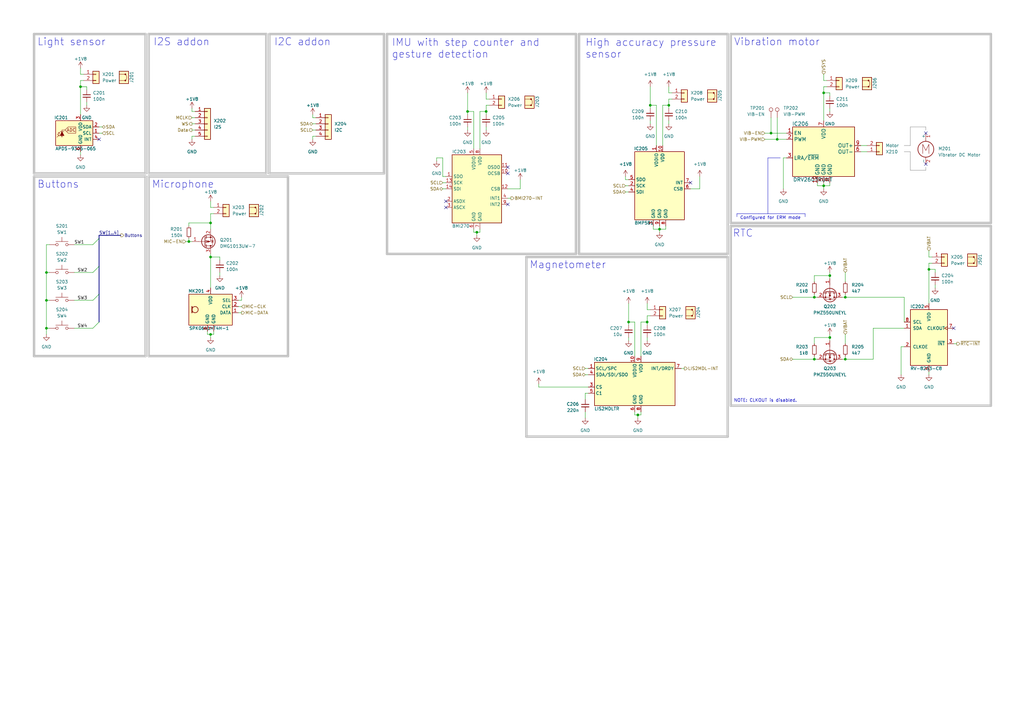
<source format=kicad_sch>
(kicad_sch (version 20250114) (generator "eeschema") (generator_version "9.0")
  (paper "A3")
  (title_block (title "Peripherals") (date "2025-07-13") (rev "${REVISION}") (company "${COMPANY}"))
  (text "Vibration motor" (at 300.99 19.05 0) (effects (font (size 3 3)) (justify left bottom)))
  (text "I2S addon" (at 62.865 19.05 0) (effects (font (size 3 3)) (justify left bottom)))
  (text "I2C addon" (at 112.395 19.05 0) (effects (font (size 3 3)) (justify left bottom)))
  (text "Magnetometer" (at 217.17 110.49 0) (effects (font (size 3 3)) (justify left bottom)))
  (text "Configured for ERM mode" (at 303.53 90.17 0) (effects (font (size 1.27 1.27)) (justify left bottom)))
  (text "High accuracy pressure\nsensor" (at 240.03 24.13 0) (effects (font (size 3 3)) (justify left bottom)))
  (text "Buttons" (at 15.24 77.47 0) (effects (font (size 3 3)) (justify left bottom)))
  (text "RTC" (at 300.482 97.536 0) (effects (font (size 3 3)) (justify left bottom)))
  (text "Microphone" (at 62.23 77.47 0) (effects (font (size 3 3)) (justify left bottom)))
  (text "Light sensor" (at 15.24 19.05 0) (effects (font (size 3 3)) (justify left bottom)))
  (text "IMU with step counter and\ngesture detection" (at 160.655 24.13 0) (effects (font (size 3 3)) (justify left bottom)))
  (text "NOTE: CLKOUT is disabled." (at 300.99 165.1 0) (effects (font (size 1.27 1.27)) (justify left bottom)))
  (junction (at 77.47 99.06))
  (junction (at 381 110.49))
  (junction (at 19.05 134.62))
  (junction (at 334.01 147.32))
  (junction (at 199.39 45.72))
  (junction (at 195.58 95.25))
  (junction (at 86.36 105.41))
  (junction (at 318.77 57.15))
  (junction (at 340.36 113.03))
  (junction (at 261.62 170.18))
  (junction (at 86.36 91.44))
  (junction (at 257.81 132.08))
  (junction (at 270.51 93.98))
  (junction (at 340.36 138.43))
  (junction (at 19.05 111.76))
  (junction (at 337.82 38.1))
  (junction (at 274.32 43.18))
  (junction (at 265.43 132.08))
  (junction (at 266.7 43.18))
  (junction (at 19.05 123.19))
  (junction (at 33.02 35.56))
  (junction (at 334.01 121.92))
  (junction (at 86.36 137.16))
  (junction (at 316.23 54.61))
  (junction (at 346.71 147.32))
  (junction (at 337.82 76.2))
  (junction (at 191.77 45.72))
  (junction (at 346.71 121.92))
  (no_connect (at 208.28 83.82))
  (no_connect (at 182.88 82.55))
  (no_connect (at 208.28 71.12))
  (no_connect (at 391.16 134.62))
  (no_connect (at 208.28 68.58))
  (no_connect (at 379.73 54.61))
  (no_connect (at 283.21 74.93))
  (no_connect (at 379.73 67.31))
  (no_connect (at 40.64 57.15))
  (no_connect (at 182.88 85.09))
  (bus_entry (at 38.1 123.19) (size 2.54 -2.54))
  (bus_entry (at 38.1 111.76) (size 2.54 -2.54))
  (bus_entry (at 38.1 134.62) (size 2.54 -2.54))
  (bus_entry (at 40.64 97.79) (size -2.54 2.54))
  (wire (pts (xy 269.24 43.18) (xy 269.24 59.69)))
  (wire (pts (xy 381 110.49) (xy 383.54 110.49)))
  (wire (pts (xy 99.06 121.92) (xy 99.06 123.19)))
  (wire (pts (xy 38.1 100.33) (xy 30.48 100.33)))
  (polyline (pts (xy 59.69 146.05) (xy 13.97 146.05)) (stroke (width 1) (type solid) (color 194 194 194 1)))
  (polyline (pts (xy 118.11 72.39) (xy 118.11 146.05)) (stroke (width 1) (type solid) (color 194 194 194 1)))
  (wire (pts (xy 85.09 137.16) (xy 86.36 137.16)))
  (wire (pts (xy 30.48 111.76) (xy 38.1 111.76)))
  (wire (pts (xy 337.82 38.1) (xy 340.36 38.1)))
  (wire (pts (xy 334.01 147.32) (xy 334.01 146.05)))
  (wire (pts (xy 358.14 147.32) (xy 346.71 147.32)))
  (wire (pts (xy 262.89 132.08) (xy 265.43 132.08)))
  (wire (pts (xy 381 107.95) (xy 381 110.49)))
  (wire (pts (xy 267.97 92.71) (xy 267.97 93.98)))
  (wire (pts (xy 194.31 95.25) (xy 195.58 95.25)))
  (wire (pts (xy 87.63 137.16) (xy 87.63 135.89)))
  (wire (pts (xy 208.28 77.47) (xy 213.36 77.47)))
  (wire (pts (xy 270.51 93.98) (xy 270.51 95.25)))
  (wire (pts (xy 199.39 43.18) (xy 199.39 45.72)))
  (wire (pts (xy 80.01 55.88) (xy 78.74 55.88)))
  (polyline (pts (xy 406.4 92.71) (xy 299.72 92.71)) (stroke (width 1) (type solid) (color 194 194 194 1)))
  (wire (pts (xy 274.32 43.18) (xy 271.78 43.18)))
  (wire (pts (xy 19.05 111.76) (xy 19.05 123.19)))
  (wire (pts (xy 90.17 111.76) (xy 90.17 113.03)))
  (wire (pts (xy 196.85 93.98) (xy 196.85 95.25)))
  (polyline (pts (xy 236.22 104.14) (xy 158.75 104.14)) (stroke (width 1) (type solid) (color 194 194 194 1)))
  (wire (pts (xy 191.77 38.1) (xy 191.77 45.72)))
  (polyline (pts (xy 215.9 105.41) (xy 298.45 105.41)) (stroke (width 1) (type solid) (color 194 194 194 1)))
  (wire (pts (xy 335.28 121.92) (xy 334.01 121.92)))
  (polyline (pts (xy 60.96 71.12) (xy 109.22 71.12)) (stroke (width 1) (type solid) (color 194 194 194 1)))
  (wire (pts (xy 358.14 134.62) (xy 358.14 147.32)))
  (wire (pts (xy 261.62 171.45) (xy 261.62 170.18)))
  (wire (pts (xy 191.77 52.07) (xy 191.77 53.34)))
  (wire (pts (xy 257.81 78.74) (xy 256.54 78.74)))
  (polyline (pts (xy 237.49 13.97) (xy 237.49 104.14)) (stroke (width 1) (type solid) (color 194 194 194 1)))
  (wire (pts (xy 129.54 48.26) (xy 128.27 48.26)))
  (wire (pts (xy 20.32 123.19) (xy 19.05 123.19)))
  (wire (pts (xy 35.56 36.83) (xy 35.56 35.56)))
  (polyline (pts (xy 157.48 71.12) (xy 157.48 13.97)) (stroke (width 1) (type solid) (color 194 194 194 1)))
  (wire (pts (xy 382.27 105.41) (xy 381 105.41)))
  (wire (pts (xy 279.4 151.13) (xy 280.67 151.13)))
  (polyline (pts (xy 236.22 13.97) (xy 236.22 104.14)) (stroke (width 1) (type solid) (color 194 194 194 1)))
  (wire (pts (xy 313.69 57.15) (xy 318.77 57.15)))
  (wire (pts (xy 20.32 100.33) (xy 19.05 100.33)))
  (wire (pts (xy 19.05 100.33) (xy 19.05 111.76)))
  (wire (pts (xy 337.82 76.2) (xy 337.82 77.47)))
  (wire (pts (xy 274.32 49.53) (xy 274.32 50.8)))
  (wire (pts (xy 200.66 40.64) (xy 199.39 40.64)))
  (polyline (pts (xy 237.49 13.97) (xy 298.45 13.97)) (stroke (width 1) (type solid) (color 194 194 194 1)))
  (wire (pts (xy 275.59 40.64) (xy 274.32 40.64)))
  (wire (pts (xy 337.82 35.56) (xy 337.82 38.1)))
  (wire (pts (xy 86.36 105.41) (xy 86.36 118.11)))
  (wire (pts (xy 181.61 77.47) (xy 182.88 77.47)))
  (wire (pts (xy 86.36 137.16) (xy 87.63 137.16)))
  (wire (pts (xy 209.55 81.28) (xy 208.28 81.28)))
  (polyline (pts (xy 109.22 71.12) (xy 109.22 13.97)) (stroke (width 1) (type solid) (color 194 194 194 1)))
  (wire (pts (xy 78.74 55.88) (xy 78.74 57.15)))
  (wire (pts (xy 20.32 134.62) (xy 19.05 134.62)))
  (wire (pts (xy 256.54 73.66) (xy 256.54 72.39)))
  (polyline (pts (xy 13.97 13.97) (xy 59.69 13.97)) (stroke (width 1) (type solid) (color 194 194 194 1)))
  (wire (pts (xy 335.28 147.32) (xy 334.01 147.32)))
  (wire (pts (xy 334.01 138.43) (xy 334.01 140.97)))
  (wire (pts (xy 97.79 128.27) (xy 99.06 128.27)))
  (wire (pts (xy 265.43 132.08) (xy 265.43 133.35)))
  (wire (pts (xy 383.54 116.84) (xy 383.54 118.11)))
  (wire (pts (xy 266.7 43.18) (xy 266.7 44.45)))
  (wire (pts (xy 19.05 134.62) (xy 19.05 137.16)))
  (wire (pts (xy 196.85 45.72) (xy 196.85 60.96)))
  (wire (pts (xy 346.71 121.92) (xy 370.84 121.92)))
  (bus (pts (xy 40.64 96.52) (xy 49.53 96.52)))
  (polyline (pts (xy 330.2 87.63) (xy 330.2 88.9)))
  (wire (pts (xy 325.12 121.92) (xy 334.01 121.92)))
  (wire (pts (xy 334.01 113.03) (xy 334.01 115.57)))
  (wire (pts (xy 381 102.87) (xy 381 105.41)))
  (wire (pts (xy 318.77 57.15) (xy 322.58 57.15)))
  (polyline (pts (xy 406.4 92.71) (xy 406.4 166.37)) (stroke (width 1) (type solid) (color 194 194 194 1)))
  (wire (pts (xy 266.7 43.18) (xy 269.24 43.18)))
  (wire (pts (xy 128.27 55.88) (xy 128.27 57.15)))
  (wire (pts (xy 85.09 135.89) (xy 85.09 137.16)))
  (wire (pts (xy 80.01 45.72) (xy 78.74 45.72)))
  (wire (pts (xy 97.79 123.19) (xy 99.06 123.19)))
  (wire (pts (xy 97.79 125.73) (xy 99.06 125.73)))
  (wire (pts (xy 340.36 113.03) (xy 340.36 114.3)))
  (polyline (pts (xy 60.96 71.12) (xy 60.96 13.97)) (stroke (width 1) (type solid) (color 194 194 194 1)))
  (wire (pts (xy 340.36 38.1) (xy 340.36 39.37)))
  (wire (pts (xy 199.39 38.1) (xy 199.39 40.64)))
  (wire (pts (xy 340.36 74.93) (xy 340.36 76.2)))
  (wire (pts (xy 195.58 95.25) (xy 195.58 96.52)))
  (wire (pts (xy 19.05 123.19) (xy 19.05 134.62)))
  (wire (pts (xy 86.36 91.44) (xy 77.47 91.44)))
  (wire (pts (xy 78.74 48.26) (xy 80.01 48.26)))
  (polyline (pts (xy 60.96 72.39) (xy 60.96 146.05)) (stroke (width 1) (type solid) (color 194 194 194 1)))
  (polyline (pts (xy 298.45 13.97) (xy 298.45 104.14)) (stroke (width 1) (type solid) (color 194 194 194 1)))
  (wire (pts (xy 240.03 153.67) (xy 241.3 153.67)))
  (wire (pts (xy 345.44 121.92) (xy 346.71 121.92)))
  (polyline (pts (xy 299.72 166.37) (xy 406.4 166.37)) (stroke (width 1) (type solid) (color 194 194 194 1)))
  (polyline (pts (xy 13.97 13.97) (xy 13.97 71.12)) (stroke (width 1) (type solid) (color 194 194 194 1)))
  (wire (pts (xy 76.2 99.06) (xy 77.47 99.06)))
  (wire (pts (xy 339.09 33.02) (xy 337.82 33.02)))
  (wire (pts (xy 87.63 87.63) (xy 86.36 87.63)))
  (wire (pts (xy 182.88 72.39) (xy 181.61 72.39)))
  (polyline (pts (xy 59.69 13.97) (xy 59.69 71.12)) (stroke (width 1) (type solid) (color 194 194 194 1)))
  (polyline (pts (xy 298.45 104.14) (xy 237.49 104.14)) (stroke (width 1) (type solid) (color 194 194 194 1)))
  (wire (pts (xy 316.23 54.61) (xy 322.58 54.61)))
  (wire (pts (xy 129.54 55.88) (xy 128.27 55.88)))
  (wire (pts (xy 318.77 48.26) (xy 318.77 57.15)))
  (wire (pts (xy 353.06 59.69) (xy 355.6 59.69)))
  (wire (pts (xy 181.61 64.77) (xy 179.07 64.77)))
  (wire (pts (xy 313.69 54.61) (xy 316.23 54.61)))
  (wire (pts (xy 181.61 72.39) (xy 181.61 64.77)))
  (wire (pts (xy 266.7 129.54) (xy 265.43 129.54)))
  (polyline (pts (xy 60.96 146.05) (xy 118.11 146.05)) (stroke (width 1) (type solid) (color 194 194 194 1)))
  (polyline (pts (xy 110.49 13.97) (xy 157.48 13.97)) (stroke (width 1) (type solid) (color 194 194 194 1)))
  (wire (pts (xy 33.02 35.56) (xy 35.56 35.56)))
  (wire (pts (xy 358.14 134.62) (xy 370.84 134.62)))
  (wire (pts (xy 128.27 46.99) (xy 128.27 48.26)))
  (wire (pts (xy 260.35 168.91) (xy 260.35 170.18)))
  (wire (pts (xy 194.31 45.72) (xy 191.77 45.72)))
  (wire (pts (xy 266.7 127) (xy 265.43 127)))
  (wire (pts (xy 240.03 168.91) (xy 240.03 171.45)))
  (wire (pts (xy 194.31 93.98) (xy 194.31 95.25)))
  (wire (pts (xy 321.31 64.77) (xy 321.31 77.47)))
  (polyline (pts (xy 379.73 69.85) (xy 373.38 69.85)) (stroke (width 0) (type solid) (color 132 132 132 1)))
  (wire (pts (xy 34.29 33.02) (xy 33.02 33.02)))
  (wire (pts (xy 275.59 38.1) (xy 274.32 38.1)))
  (wire (pts (xy 369.57 153.67) (xy 369.57 142.24)))
  (polyline (pts (xy 158.75 13.97) (xy 236.22 13.97)) (stroke (width 1) (type solid) (color 194 194 194 1)))
  (polyline (pts (xy 298.45 179.07) (xy 215.9 179.07)) (stroke (width 1) (type solid) (color 194 194 194 1)))
  (wire (pts (xy 78.74 53.34) (xy 80.01 53.34)))
  (wire (pts (xy 274.32 35.56) (xy 274.32 38.1)))
  (polyline (pts (xy 406.4 13.97) (xy 406.4 91.44)) (stroke (width 1) (type solid) (color 194 194 194 1)))
  (wire (pts (xy 261.62 170.18) (xy 260.35 170.18)))
  (wire (pts (xy 346.71 121.92) (xy 346.71 120.65)))
  (wire (pts (xy 33.02 33.02) (xy 33.02 35.56)))
  (polyline (pts (xy 110.49 71.12) (xy 110.49 13.97)) (stroke (width 1) (type solid) (color 194 194 194 1)))
  (polyline (pts (xy 320.04 64.77) (xy 314.96 64.77)))
  (wire (pts (xy 240.03 161.29) (xy 241.3 161.29)))
  (polyline (pts (xy 311.15 87.63) (xy 330.2 87.63)))
  (wire (pts (xy 337.82 76.2) (xy 337.82 74.93)))
  (wire (pts (xy 257.81 138.43) (xy 257.81 139.7)))
  (polyline (pts (xy 13.97 72.39) (xy 13.97 146.05)) (stroke (width 1) (type solid) (color 194 194 194 1)))
  (wire (pts (xy 265.43 129.54) (xy 265.43 132.08)))
  (wire (pts (xy 20.32 111.76) (xy 19.05 111.76)))
  (wire (pts (xy 370.84 121.92) (xy 370.84 132.08)))
  (polyline (pts (xy 373.38 52.07) (xy 379.73 52.07)) (stroke (width 0) (type solid) (color 132 132 132 1)))
  (wire (pts (xy 241.3 158.75) (xy 220.98 158.75)))
  (wire (pts (xy 340.36 138.43) (xy 340.36 139.7)))
  (wire (pts (xy 33.02 62.23) (xy 33.02 63.5)))
  (bus (pts (xy 40.64 109.22) (xy 40.64 120.65)))
  (wire (pts (xy 273.05 93.98) (xy 270.51 93.98)))
  (wire (pts (xy 213.36 77.47) (xy 213.36 73.66)))
  (wire (pts (xy 90.17 105.41) (xy 86.36 105.41)))
  (wire (pts (xy 337.82 30.48) (xy 337.82 33.02)))
  (wire (pts (xy 345.44 147.32) (xy 346.71 147.32)))
  (polyline (pts (xy 158.75 13.97) (xy 158.75 104.14)) (stroke (width 1) (type solid) (color 194 194 194 1)))
  (wire (pts (xy 30.48 134.62) (xy 38.1 134.62)))
  (polyline (pts (xy 59.69 72.39) (xy 59.69 146.05)) (stroke (width 1) (type solid) (color 194 194 194 1)))
  (wire (pts (xy 316.23 48.26) (xy 316.23 54.61)))
  (wire (pts (xy 199.39 45.72) (xy 199.39 46.99)))
  (wire (pts (xy 256.54 76.2) (xy 257.81 76.2)))
  (polyline (pts (xy 379.73 52.07) (xy 379.73 53.34)) (stroke (width 0) (type solid) (color 132 132 132 1)))
  (wire (pts (xy 86.36 137.16) (xy 86.36 138.43)))
  (wire (pts (xy 40.64 54.61) (xy 41.91 54.61)))
  (wire (pts (xy 30.48 123.19) (xy 38.1 123.19)))
  (wire (pts (xy 179.07 64.77) (xy 179.07 66.04)))
  (wire (pts (xy 87.63 85.09) (xy 86.36 85.09)))
  (wire (pts (xy 194.31 60.96) (xy 194.31 45.72)))
  (wire (pts (xy 383.54 111.76) (xy 383.54 110.49)))
  (wire (pts (xy 287.02 72.39) (xy 287.02 77.47)))
  (wire (pts (xy 33.02 27.94) (xy 33.02 30.48)))
  (wire (pts (xy 381 153.67) (xy 381 152.4)))
  (wire (pts (xy 240.03 151.13) (xy 241.3 151.13)))
  (wire (pts (xy 340.36 113.03) (xy 334.01 113.03)))
  (polyline (pts (xy 60.96 13.97) (xy 109.22 13.97)) (stroke (width 1) (type solid) (color 194 194 194 1)))
  (bus (pts (xy 40.64 96.52) (xy 40.64 97.79)))
  (wire (pts (xy 40.64 52.07) (xy 41.91 52.07)))
  (polyline (pts (xy 59.69 72.39) (xy 13.97 72.39)) (stroke (width 1) (type solid) (color 194 194 194 1)))
  (wire (pts (xy 257.81 132.08) (xy 260.35 132.08)))
  (wire (pts (xy 369.57 142.24) (xy 370.84 142.24)))
  (wire (pts (xy 128.27 53.34) (xy 129.54 53.34)))
  (polyline (pts (xy 311.15 87.63) (xy 302.26 87.63)))
  (wire (pts (xy 196.85 45.72) (xy 199.39 45.72)))
  (wire (pts (xy 382.27 107.95) (xy 381 107.95)))
  (wire (pts (xy 199.39 52.07) (xy 199.39 53.34)))
  (polyline (pts (xy 370.84 62.23) (xy 373.38 62.23)) (stroke (width 0) (type solid) (color 132 132 132 1)))
  (wire (pts (xy 191.77 45.72) (xy 191.77 46.99)))
  (wire (pts (xy 196.85 95.25) (xy 195.58 95.25)))
  (wire (pts (xy 346.71 111.76) (xy 346.71 115.57)))
  (wire (pts (xy 270.51 92.71) (xy 270.51 93.98)))
  (wire (pts (xy 77.47 99.06) (xy 77.47 97.79)))
  (polyline (pts (xy 59.69 71.12) (xy 13.97 71.12)) (stroke (width 1) (type solid) (color 194 194 194 1)))
  (wire (pts (xy 262.89 132.08) (xy 262.89 146.05)))
  (wire (pts (xy 200.66 43.18) (xy 199.39 43.18)))
  (polyline (pts (xy 299.72 91.44) (xy 406.4 91.44)) (stroke (width 1) (type solid) (color 194 194 194 1)))
  (wire (pts (xy 34.29 30.48) (xy 33.02 30.48)))
  (wire (pts (xy 270.51 93.98) (xy 267.97 93.98)))
  (wire (pts (xy 220.98 157.48) (xy 220.98 158.75)))
  (polyline (pts (xy 370.84 59.69) (xy 373.38 59.69)) (stroke (width 0) (type solid) (color 132 132 132 1)))
  (wire (pts (xy 322.58 64.77) (xy 321.31 64.77)))
  (polyline (pts (xy 379.73 68.58) (xy 379.73 69.85)) (stroke (width 0) (type solid) (color 132 132 132 1)))
  (wire (pts (xy 181.61 74.93) (xy 182.88 74.93)))
  (wire (pts (xy 274.32 43.18) (xy 274.32 44.45)))
  (wire (pts (xy 78.74 50.8) (xy 80.01 50.8)))
  (wire (pts (xy 265.43 124.46) (xy 265.43 127)))
  (wire (pts (xy 340.36 138.43) (xy 334.01 138.43)))
  (wire (pts (xy 381 124.46) (xy 381 110.49)))
  (wire (pts (xy 266.7 35.56) (xy 266.7 43.18)))
  (polyline (pts (xy 299.72 92.71) (xy 299.72 166.37)) (stroke (width 1) (type solid) (color 194 194 194 1)))
  (wire (pts (xy 337.82 38.1) (xy 337.82 49.53)))
  (wire (pts (xy 90.17 105.41) (xy 90.17 106.68)))
  (wire (pts (xy 261.62 170.18) (xy 262.89 170.18)))
  (wire (pts (xy 257.81 133.35) (xy 257.81 132.08)))
  (wire (pts (xy 391.16 140.97) (xy 392.43 140.97)))
  (wire (pts (xy 287.02 77.47) (xy 283.21 77.47)))
  (wire (pts (xy 86.36 104.14) (xy 86.36 105.41)))
  (wire (pts (xy 339.09 35.56) (xy 337.82 35.56)))
  (wire (pts (xy 260.35 132.08) (xy 260.35 146.05)))
  (wire (pts (xy 86.36 82.55) (xy 86.36 85.09)))
  (polyline (pts (xy 373.38 69.85) (xy 373.38 62.23)) (stroke (width 0) (type solid) (color 132 132 132 1)))
  (wire (pts (xy 340.36 137.16) (xy 340.36 138.43)))
  (wire (pts (xy 335.28 74.93) (xy 335.28 76.2)))
  (wire (pts (xy 353.06 62.23) (xy 355.6 62.23)))
  (polyline (pts (xy 314.96 64.77) (xy 314.96 87.63)))
  (wire (pts (xy 35.56 41.91) (xy 35.56 43.18)))
  (wire (pts (xy 325.12 147.32) (xy 334.01 147.32)))
  (wire (pts (xy 78.74 99.06) (xy 77.47 99.06)))
  (polyline (pts (xy 373.38 59.69) (xy 373.38 52.07)) (stroke (width 0) (type solid) (color 132 132 132 1)))
  (wire (pts (xy 346.71 137.16) (xy 346.71 140.97)))
  (wire (pts (xy 257.81 73.66) (xy 256.54 73.66)))
  (polyline (pts (xy 60.96 72.39) (xy 118.11 72.39)) (stroke (width 1) (type solid) (color 194 194 194 1)))
  (polyline (pts (xy 302.26 87.63) (xy 302.26 88.9)))
  (wire (pts (xy 340.36 76.2) (xy 337.82 76.2)))
  (wire (pts (xy 271.78 43.18) (xy 271.78 59.69)))
  (wire (pts (xy 128.27 50.8) (xy 129.54 50.8)))
  (wire (pts (xy 274.32 40.64) (xy 274.32 43.18)))
  (wire (pts (xy 334.01 121.92) (xy 334.01 120.65)))
  (wire (pts (xy 78.74 44.45) (xy 78.74 45.72)))
  (wire (pts (xy 266.7 49.53) (xy 266.7 50.8)))
  (wire (pts (xy 257.81 124.46) (xy 257.81 132.08)))
  (wire (pts (xy 86.36 91.44) (xy 86.36 93.98)))
  (polyline (pts (xy 298.45 105.41) (xy 298.45 179.07)) (stroke (width 1) (type solid) (color 194 194 194 1)))
  (wire (pts (xy 33.02 35.56) (xy 33.02 46.99)))
  (wire (pts (xy 273.05 92.71) (xy 273.05 93.98)))
  (polyline (pts (xy 406.4 13.97) (xy 299.72 13.97)) (stroke (width 1) (type solid) (color 194 194 194 1)))
  (bus (pts (xy 40.64 97.79) (xy 40.64 109.22)))
  (wire (pts (xy 340.36 111.76) (xy 340.36 113.03)))
  (wire (pts (xy 346.71 147.32) (xy 346.71 146.05)))
  (bus (pts (xy 40.64 120.65) (xy 40.64 132.08)))
  (wire (pts (xy 77.47 91.44) (xy 77.47 92.71)))
  (polyline (pts (xy 299.72 13.97) (xy 299.72 91.44)) (stroke (width 1) (type solid) (color 194 194 194 1)))
  (polyline (pts (xy 215.9 105.41) (xy 215.9 179.07)) (stroke (width 1) (type solid) (color 194 194 194 1)))
  (wire (pts (xy 340.36 44.45) (xy 340.36 45.72)))
  (wire (pts (xy 335.28 76.2) (xy 337.82 76.2)))
  (wire (pts (xy 265.43 139.7) (xy 265.43 138.43)))
  (wire (pts (xy 86.36 87.63) (xy 86.36 91.44)))
  (wire (pts (xy 240.03 163.83) (xy 240.03 161.29)))
  (polyline (pts (xy 110.49 71.12) (xy 157.48 71.12)) (stroke (width 1) (type solid) (color 194 194 194 1)))
  (wire (pts (xy 262.89 170.18) (xy 262.89 168.91)))
  (label "SW[1..4]" (at 40.64 96.52 0))
  (label "SW3" (at 31.75 123.19 0))
  (label "SW4" (at 31.75 134.62 0))
  (label "SW1" (at 30.48 100.33 0))
  (label "SW2" (at 31.75 111.76 0))
  (hierarchical_label "LIS2MDL-INT" (shape output) (at 280.67 151.13 0))
  (hierarchical_label "MIC-DATA" (shape output) (at 99.06 128.27 0))
  (hierarchical_label "MIC-EN" (shape input) (at 76.2 99.06 180))
  (hierarchical_label "VSYS" (shape input) (at 337.82 30.48 90))
  (hierarchical_label "SCL" (shape input) (at 41.91 54.61 0))
  (hierarchical_label "MCLK" (shape input) (at 78.74 48.26 180))
  (hierarchical_label "VBAT" (shape input) (at 346.71 137.16 90))
  (hierarchical_label "SCL" (shape input) (at 240.03 151.13 180))
  (hierarchical_label "VBAT" (shape input) (at 346.71 111.76 90))
  (hierarchical_label "SDA" (shape bidirectional) (at 325.12 147.32 180))
  (hierarchical_label "VIB-EN" (shape input) (at 313.69 54.61 180))
  (hierarchical_label "Buttons" (shape output) (at 49.53 96.52 0))
  (hierarchical_label "SCL" (shape input) (at 128.27 53.34 180))
  (hierarchical_label "SDA" (shape bidirectional) (at 240.03 153.67 180))
  (hierarchical_label "WS" (shape output) (at 78.74 50.8 180))
  (hierarchical_label "BMI270-INT" (shape output) (at 209.55 81.28 0))
  (hierarchical_label "SCL" (shape input) (at 325.12 121.92 180))
  (hierarchical_label "~{RTC-INT}" (shape output) (at 392.43 140.97 0))
  (hierarchical_label "SDA" (shape bidirectional) (at 181.61 77.47 180))
  (hierarchical_label "SDA" (shape bidirectional) (at 128.27 50.8 180))
  (hierarchical_label "VBAT" (shape input) (at 381 102.87 90))
  (hierarchical_label "SCL" (shape input) (at 181.61 74.93 180))
  (hierarchical_label "SDA" (shape bidirectional) (at 41.91 52.07 0))
  (hierarchical_label "MIC-CLK" (shape input) (at 99.06 125.73 0))
  (hierarchical_label "Data" (shape output) (at 78.74 53.34 180))
  (hierarchical_label "SDA" (shape bidirectional) (at 256.54 78.74 180))
  (hierarchical_label "SCL" (shape input) (at 256.54 76.2 180))
  (hierarchical_label "VIB-PWM" (shape input) (at 313.69 57.15 180))
  (symbol (lib_id "Connector_Generic:Conn_01x02") (at 360.68 62.23 0) (mirror x) (unit 1)
    (property "Reference" "X210" (at 363.22 62.23 0) (effects (justify left)))
    (property "Value" "Motor" (at 363.22 59.69 0) (effects (justify left)))
    (property "Footprint" "Molex:78171-0002" (effects (hide yes)))
    (property "Datasheet" "https://www.molex.com/en-us/products/part-detail/781710002?display=pdf" (effects (hide yes)))
    (property "manf" "Molex" (effects (hide yes)))
    (property "manf#" "78171-0002" (effects (hide yes)))
    (property "mouser#" "538-78171-0002" (effects (hide yes)))
  )
  (symbol (lib_id "Switch:SW_Push") (at 25.4 123.19 0) (unit 1)
    (property "Reference" "S203" (at 25.4 115.57 0))
    (property "Value" "SW3" (at 25.4 118.11 0))
    (property "Footprint" "Wuerth:WS-TASV-6x6" (effects (hide yes)))
    (property "Datasheet" "https://www.we-online.com/components/products/datasheet/430182050816.pdf" (effects (hide yes)))
    (property "manf" "Wurth Elektronik" (effects (hide yes)))
    (property "manf#" "430182050816" (effects (hide yes)))
    (property "mouser#" "710-430182050816" (effects (hide yes)))
  )
  (symbol (lib_id "power:GND") (at 257.81 139.7 0) (unit 1)
    (property "Reference" "#PWR0229" (effects (hide yes)))
    (property "Value" "GND" (at 257.81 144.78 0))
  )
  (symbol (lib_id "power:GND") (at 261.62 171.45 0) (unit 1)
    (property "Reference" "#PWR0230" (effects (hide yes)))
    (property "Value" "GND" (at 261.62 176.53 0))
  )
  (symbol (lib_id "Connector_Generic:Conn_01x02") (at 280.67 38.1 0) (unit 1)
    (property "Reference" "X208" (at 283.21 38.0999 0) (effects (justify left)))
    (property "Value" "Power" (at 283.21 40.6399 0) (effects (justify left)))
    (property "Footprint" "Connector_PinHeader_2.54mm:PinHeader_1x02_P2.54mm_Vertical" (effects (hide yes)))
    (property "Datasheet" "https://cdn.amphenol-cs.com/media/wysiwyg/files/documentation/datasheet/boardwiretoboard/bwb_econostik_254headers.pdf" (effects (hide yes)))
    (property "Description" "Generic connector, single row, 01x02, script generated (kicad-library-utils/schlib/autogen/connector/)" (effects (hide yes)))
    (property "manf" "Amphenol FCI" (effects (hide yes)))
    (property "manf#" "77311-818-02LF" (effects (hide yes)))
    (property "mouser#" "649-77311-818-02LF" (effects (hide yes)))
  )
  (symbol (lib_id "Nexperia:PMZ550UNEYL") (at 340.36 119.38 270) (unit 1)
    (property "Reference" "Q202" (at 340.36 125.73 90))
    (property "Value" "PMZ550UNEYL" (at 340.36 128.27 90))
    (property "Footprint" "Package_SOT_SMD:SOT-883" (effects (hide yes)))
    (property "Datasheet" "https://assets.nexperia.com/documents/data-sheet/PMZ550UNE.pdf" (effects (hide yes)))
    (property "Description" "0.59A Id, 30V Vds, N-Channel MOSFET, DFN-1006-3" (effects (hide yes)))
    (property "manf" "Nexperia" (effects (hide yes)))
    (property "manf#" "PMZ550UNEYL" (effects (hide yes)))
    (property "mouser#" "771-PMZ550UNEYL" (effects (hide yes)))
  )
  (symbol (lib_id "power:GND") (at 369.57 153.67 0) (unit 1)
    (property "Reference" "#PWR0215" (effects (hide yes)))
    (property "Value" "GND" (at 369.57 158.75 0))
  )
  (symbol (lib_id "Misc:Jumper") (at 398.78 106.68 180) (unit 1) (on_board no)
    (property "Reference" "J501" (at 401.955 104.14 90) (effects (justify left)))
    (property "Value" "Jumper" (effects (hide yes)))
    (property "Datasheet" "https://www.we-online.com/katalog/datasheet/60900213421.pdf" (effects (hide yes)))
    (property "Description" "Generic jumper cap" (effects (hide yes)))
    (property "manf" " Würth Elektronik" (effects (hide yes)))
    (property "manf#" "60900213421" (effects (hide yes)))
    (property "mouser#" "710-60900213421" (effects (hide yes)))
  )
  (symbol (lib_id "Device:C_Small") (at 265.43 135.89 0) (mirror y) (unit 1)
    (property "Reference" "C208" (at 267.97 134.6263 0) (effects (justify right)))
    (property "Value" "100n" (at 267.97 137.1663 0) (effects (justify right)))
    (property "Footprint" "Capacitor_SMD:C_0402_1005Metric" (effects (hide yes)))
    (property "Datasheet" "https://www.mouser.de/datasheet/2/40/KGM_X7R-3223212.pdf" (effects (hide yes)))
    (property "manf" "KYOCERA AVX" (effects (hide yes)))
    (property "manf#" "0402ZC104KAT4A" (effects (hide yes)))
    (property "mouser#" "581-0402ZC104KAT4A" (effects (hide yes)))
  )
  (symbol (lib_id "power:+1V8") (at 274.32 35.56 0) (unit 1)
    (property "Reference" "#PWR0236" (effects (hide yes)))
    (property "Value" "+1V8" (at 274.32 30.48 0))
  )
  (symbol (lib_id "Micro Crystal:RV-8263-C8") (at 381 138.43 0) (unit 1)
    (property "Reference" "IC202" (at 373.38 125.73 0) (effects (justify left)))
    (property "Value" "RV-8263-C8" (at 373.38 151.13 0) (effects (justify left)))
    (property "Footprint" "Micro Crystal:RV-8263-C8" (effects (hide yes)))
    (property "Datasheet" "https://www.microcrystal.com/fileadmin/Media/Products/RTC/Datasheet/RV-8263-C8.pdf" (effects (hide yes)))
    (property "manf" "Micro Crystal" (effects (hide yes)))
    (property "manf#" "RV-8263-C8 32.768kHz-20PPM-TA-QA" (effects (hide yes)))
    (property "mouser#" "428-204291-MC01" (effects (hide yes)))
  )
  (symbol (lib_id "Device:C_Small") (at 383.54 114.3 0) (mirror y) (unit 1)
    (property "Reference" "C204" (at 386.08 113.0363 0) (effects (justify right)))
    (property "Value" "100n" (at 386.08 115.5763 0) (effects (justify right)))
    (property "Footprint" "Capacitor_SMD:C_0402_1005Metric" (effects (hide yes)))
    (property "Datasheet" "https://www.mouser.de/datasheet/2/40/KGM_X7R-3223212.pdf" (effects (hide yes)))
    (property "manf" "KYOCERA AVX" (effects (hide yes)))
    (property "manf#" "0402ZC104KAT4A" (effects (hide yes)))
    (property "mouser#" "581-0402ZC104KAT4A" (effects (hide yes)))
  )
  (symbol (lib_id "power:GND") (at 90.17 113.03 0) (unit 1)
    (property "Reference" "#PWR0209" (effects (hide yes)))
    (property "Value" "GND" (at 90.17 118.11 0))
  )
  (symbol (lib_id "power:GND") (at 33.02 63.5 0) (unit 1)
    (property "Reference" "#PWR0203" (effects (hide yes)))
    (property "Value" "GND" (at 33.02 68.58 0))
  )
  (symbol (lib_id "Device:C_Small") (at 266.7 46.99 180) (unit 1)
    (property "Reference" "C209" (at 264.16 45.7136 0) (effects (justify left)))
    (property "Value" "100n" (at 264.16 48.2536 0) (effects (justify left)))
    (property "Footprint" "Capacitor_SMD:C_0402_1005Metric" (effects (hide yes)))
    (property "Datasheet" "https://www.mouser.de/datasheet/2/40/KGM_X7R-3223212.pdf" (effects (hide yes)))
    (property "manf" "KYOCERA AVX" (effects (hide yes)))
    (property "manf#" "0402ZC104KAT4A" (effects (hide yes)))
    (property "mouser#" "581-0402ZC104KAT4A" (effects (hide yes)))
  )
  (symbol (lib_id "Connector_Generic:Conn_01x02") (at 271.78 127 0) (unit 1)
    (property "Reference" "X207" (at 274.32 126.9999 0) (effects (justify left)))
    (property "Value" "Power" (at 274.32 129.5399 0) (effects (justify left)))
    (property "Footprint" "Connector_PinHeader_2.54mm:PinHeader_1x02_P2.54mm_Vertical" (effects (hide yes)))
    (property "Datasheet" "https://cdn.amphenol-cs.com/media/wysiwyg/files/documentation/datasheet/boardwiretoboard/bwb_econostik_254headers.pdf" (effects (hide yes)))
    (property "Description" "Generic connector, single row, 01x02, script generated (kicad-library-utils/schlib/autogen/connector/)" (effects (hide yes)))
    (property "manf" "Amphenol FCI" (effects (hide yes)))
    (property "manf#" "77311-818-02LF" (effects (hide yes)))
    (property "mouser#" "649-77311-818-02LF" (effects (hide yes)))
  )
  (symbol (lib_id "power:GND") (at 199.39 53.34 0) (unit 1)
    (property "Reference" "#PWR0223" (effects (hide yes)))
    (property "Value" "GND" (at 199.39 58.42 0))
  )
  (symbol (lib_id "Motor:Motor_DC") (at 379.73 59.69 0) (unit 1) (in_bom no) (on_board no)
    (property "Reference" "M201" (at 384.81 60.9599 0) (effects (justify left)))
    (property "Value" "Vibrator DC Motor" (at 384.81 63.4999 0) (effects (justify left)))
    (property "Datasheet" "https://www.vybronics.com/coin-vibration-motors/with-brushes/v-c1027b902f" (effects (hide yes)))
    (property "manf" "Vybronics Inc" (effects (hide yes)))
    (property "manf#" "VC1027B902F" (effects (hide yes)))
    (property "digikey#" "1670-VC1027B902F-ND" (effects (hide yes)))
  )
  (symbol (lib_id "TexasInstruments_Kampi:DRV2603RUNT") (at 337.82 60.96 0) (unit 1)
    (property "Reference" "IC206" (at 328.295 50.8 0) (effects (font (size 1.524 1.524))))
    (property "Value" "DRV2603RUNT" (at 333.375 73.66 0) (effects (font (size 1.524 1.524))))
    (property "Footprint" "Package_QFN:WQFN-10_2x2mm_P0.5mm" (effects (hide yes)))
    (property "Datasheet" "https://www.ti.com/lit/ds/symlink/drv2603.pdf?HQS=dis-mous-null-mousermode-dsf-pf-null-wwe&ts=1692200896697&ref_url=https%253A%252F%252Feu.mouser.com%252F" (effects (hide yes)))
    (property "manf" "Texas Instruments" (effects (hide yes)))
    (property "manf#" "DRV2603RUNT" (effects (hide yes)))
    (property "mouser#" "595-DRV2603RUNT" (effects (hide yes)))
  )
  (symbol (lib_id "Misc:Jumper") (at 50.8 31.75 180) (unit 1) (on_board no)
    (property "Reference" "J201" (at 53.975 29.21 90) (effects (justify left)))
    (property "Value" "Jumper" (effects (hide yes)))
    (property "Datasheet" "https://www.we-online.com/katalog/datasheet/60900213421.pdf" (effects (hide yes)))
    (property "Description" "Generic jumper cap" (effects (hide yes)))
    (property "manf" " Würth Elektronik" (effects (hide yes)))
    (property "manf#" "60900213421" (effects (hide yes)))
    (property "mouser#" "710-60900213421" (effects (hide yes)))
  )
  (symbol (lib_id "Device:C_Small") (at 240.03 166.37 0) (unit 1)
    (property "Reference" "C206" (at 237.49 165.7413 0) (effects (justify right)))
    (property "Value" "220n" (at 237.49 168.2813 0) (effects (justify right)))
    (property "Footprint" "Capacitor_SMD:C_0402_1005Metric" (effects (hide yes)))
    (property "Datasheet" "https://www.mouser.de/datasheet/2/40/KGM_X7R-3223212.pdf" (effects (hide yes)))
    (property "manf" "KYOCERA AVX" (effects (hide yes)))
    (property "manf#" "04023C224KAT2A" (effects (hide yes)))
    (property "mouser#" "581-04023C224KAT2A" (effects (hide yes)))
  )
  (symbol (lib_id "power:+1V8") (at 287.02 72.39 0) (unit 1)
    (property "Reference" "#PWR0238" (effects (hide yes)))
    (property "Value" "+1V8" (at 287.02 67.31 0))
  )
  (symbol (lib_id "power:+1V8") (at 99.06 121.92 0) (unit 1)
    (property "Reference" "#PWR0210" (effects (hide yes)))
    (property "Value" "+1V8" (at 99.06 118.11 0))
  )
  (symbol (lib_id "Misc:Jumper") (at 355.6 34.29 180) (unit 1) (on_board no)
    (property "Reference" "J206" (at 358.775 31.75 90) (effects (justify left)))
    (property "Value" "Jumper" (effects (hide yes)))
    (property "Datasheet" "https://www.we-online.com/katalog/datasheet/60900213421.pdf" (effects (hide yes)))
    (property "Description" "Generic jumper cap" (effects (hide yes)))
    (property "manf" " Würth Elektronik" (effects (hide yes)))
    (property "manf#" "60900213421" (effects (hide yes)))
    (property "mouser#" "710-60900213421" (effects (hide yes)))
  )
  (symbol (lib_id "power:GND") (at 274.32 50.8 0) (mirror y) (unit 1)
    (property "Reference" "#PWR0237" (effects (hide yes)))
    (property "Value" "GND" (at 274.32 55.88 0))
  )
  (symbol (lib_id "Bosch_Kampi:BMI270") (at 195.58 77.47 0) (unit 1)
    (property "Reference" "IC203" (at 185.42 62.23 0) (effects (justify left)))
    (property "Value" "BMI270" (at 185.42 92.71 0) (effects (justify left)))
    (property "Footprint" "Package_LGA_Kampi:Bosch_LGA-14_3x2.5mm_P0.5mm_LayoutBorder3x4y" (effects (hide yes)))
    (property "Datasheet" "https://www.bosch-sensortec.com/media/boschsensortec/downloads/datasheets/bst-bmi270-ds000.pdf" (effects (hide yes)))
    (property "manf" "Bosch" (effects (hide yes)))
    (property "manf#" "BMI270" (effects (hide yes)))
    (property "mouser#" "262-BMI270" (effects (hide yes)))
  )
  (symbol (lib_id "Device:C_Small") (at 274.32 46.99 0) (mirror y) (unit 1)
    (property "Reference" "C210" (at 276.86 45.7263 0) (effects (justify right)))
    (property "Value" "100n" (at 276.86 48.2663 0) (effects (justify right)))
    (property "Footprint" "Capacitor_SMD:C_0402_1005Metric" (effects (hide yes)))
    (property "Datasheet" "https://www.mouser.de/datasheet/2/40/KGM_X7R-3223212.pdf" (effects (hide yes)))
    (property "manf" "KYOCERA AVX" (effects (hide yes)))
    (property "manf#" "0402ZC104KAT4A" (effects (hide yes)))
    (property "mouser#" "581-0402ZC104KAT4A" (effects (hide yes)))
  )
  (symbol (lib_id "Misc:Jumper") (at 104.14 86.36 180) (unit 1) (on_board no)
    (property "Reference" "J202" (at 107.315 83.82 90) (effects (justify left)))
    (property "Value" "Jumper" (effects (hide yes)))
    (property "Datasheet" "https://www.we-online.com/katalog/datasheet/60900213421.pdf" (effects (hide yes)))
    (property "Description" "Generic jumper cap" (effects (hide yes)))
    (property "manf" " Würth Elektronik" (effects (hide yes)))
    (property "manf#" "60900213421" (effects (hide yes)))
    (property "mouser#" "710-60900213421" (effects (hide yes)))
  )
  (symbol (lib_id "Diodes Incorporated:DMG1013UW-7") (at 86.36 99.06 0) (mirror x) (unit 1)
    (property "Reference" "Q201" (at 90.17 98.425 0) (effects (justify left)))
    (property "Value" "DMG1013UW-7" (at 90.17 100.965 0) (effects (justify left)))
    (property "Footprint" "Package_TO_SOT_SMD:SOT-323_SC-70" (effects (hide yes)))
    (property "Datasheet" "https://www.diodes.com/assets/Datasheets/ds31861.pdf" (effects (hide yes)))
    (property "manf" "ROHM Semiconductor" (effects (hide yes)))
    (property "manf#" "DMG1013UW-7" (effects (hide yes)))
    (property "mouser#" "621-DMG1013UW-7" (effects (hide yes)))
  )
  (symbol (lib_id "Sensor_Optical:APDS-9306-065") (at 30.48 54.61 0) (unit 1)
    (property "Reference" "IC201" (at 27.94 48.26 0) (effects (justify right)))
    (property "Value" "APDS-9306-065" (at 39.37 60.96 0) (effects (justify right)))
    (property "Footprint" "Broadcom:Broadcom_DFN-6_2x2mm_P0.65mm" (effects (hide yes)))
    (property "Datasheet" "https://docs.broadcom.com/docs/AV02-4755EN" (effects (hide yes)))
    (property "manf" "Broadcom / Avago" (effects (hide yes)))
    (property "manf#" "APDS-9306-065" (effects (hide yes)))
    (property "mouser#" "630-APDS-9306-065" (effects (hide yes)))
  )
  (symbol (lib_id "Switch:SW_Push") (at 25.4 134.62 0) (mirror y) (unit 1)
    (property "Reference" "S204" (at 25.4 127 0))
    (property "Value" "SW4" (at 25.4 129.54 0))
    (property "Footprint" "Wuerth:WS-TASV-6x6" (effects (hide yes)))
    (property "Datasheet" "https://www.we-online.com/components/products/datasheet/430182050816.pdf" (effects (hide yes)))
    (property "manf" "Wurth Elektronik" (effects (hide yes)))
    (property "manf#" "430182050816" (effects (hide yes)))
    (property "mouser#" "710-430182050816" (effects (hide yes)))
  )
  (symbol (lib_id "power:GND") (at 321.31 77.47 0) (unit 1)
    (property "Reference" "#PWR0239" (effects (hide yes)))
    (property "Value" "GND" (at 321.31 82.55 0))
  )
  (symbol (lib_id "Device:C_Small") (at 191.77 49.53 0) (unit 1)
    (property "Reference" "C203" (at 189.23 48.2663 0) (effects (justify right)))
    (property "Value" "100n" (at 189.23 50.8063 0) (effects (justify right)))
    (property "Footprint" "Capacitor_SMD:C_0402_1005Metric" (effects (hide yes)))
    (property "Datasheet" "https://www.mouser.de/datasheet/2/40/KGM_X7R-3223212.pdf" (effects (hide yes)))
    (property "manf" "KYOCERA AVX" (effects (hide yes)))
    (property "manf#" "0402ZC104KAT4A" (effects (hide yes)))
    (property "mouser#" "581-0402ZC104KAT4A" (effects (hide yes)))
  )
  (symbol (lib_id "power:GND") (at 240.03 171.45 0) (unit 1)
    (property "Reference" "#PWR0226" (effects (hide yes)))
    (property "Value" "GND" (at 240.03 176.53 0))
  )
  (symbol (lib_id "Connector:TestPoint") (at 318.77 48.26 0) (unit 1) (in_bom no)
    (property "Reference" "TP202" (at 321.31 44.323 0) (effects (justify left)))
    (property "Value" "VIB-PWM" (at 321.31 46.863 0) (effects (justify left)))
    (property "Footprint" "TestPoint:TestPoint_Pad_D1.0mm" (effects (hide yes)))
  )
  (symbol (lib_id "power:GND") (at 270.51 95.25 0) (unit 1)
    (property "Reference" "#PWR0235" (effects (hide yes)))
    (property "Value" "GND" (at 270.51 100.33 0))
  )
  (symbol (lib_id "power:GND") (at 35.56 43.18 0) (unit 1)
    (property "Reference" "#PWR0204" (effects (hide yes)))
    (property "Value" "GND" (at 35.56 48.26 0))
  )
  (symbol (lib_id "Connector_Generic:Conn_01x02") (at 92.71 85.09 0) (unit 1)
    (property "Reference" "X203" (at 95.25 85.0899 0) (effects (justify left)))
    (property "Value" "Power" (at 95.25 87.6299 0) (effects (justify left)))
    (property "Footprint" "Connector_PinHeader_2.54mm:PinHeader_1x02_P2.54mm_Vertical" (effects (hide yes)))
    (property "Datasheet" "https://cdn.amphenol-cs.com/media/wysiwyg/files/documentation/datasheet/boardwiretoboard/bwb_econostik_254headers.pdf" (effects (hide yes)))
    (property "Description" "Generic connector, single row, 01x02, script generated (kicad-library-utils/schlib/autogen/connector/)" (effects (hide yes)))
    (property "manf" "Amphenol FCI" (effects (hide yes)))
    (property "manf#" "77311-818-02LF" (effects (hide yes)))
    (property "mouser#" "649-77311-818-02LF" (effects (hide yes)))
  )
  (symbol (lib_id "Device:C_Small") (at 35.56 39.37 0) (mirror y) (unit 1)
    (property "Reference" "C201" (at 38.1 38.1063 0) (effects (justify right)))
    (property "Value" "100n" (at 38.1 40.6463 0) (effects (justify right)))
    (property "Footprint" "Capacitor_SMD:C_0402_1005Metric" (effects (hide yes)))
    (property "Datasheet" "https://www.mouser.de/datasheet/2/40/KGM_X7R-3223212.pdf" (effects (hide yes)))
    (property "manf" "KYOCERA AVX" (effects (hide yes)))
    (property "manf#" "0402ZC104KAT4A" (effects (hide yes)))
    (property "mouser#" "581-0402ZC104KAT4A" (effects (hide yes)))
  )
  (symbol (lib_id "ST:LIS2MDLTR") (at 261.62 158.75 0) (unit 1)
    (property "Reference" "IC204" (at 246.38 147.32 0))
    (property "Value" "LIS2MDLTR" (at 248.92 167.64 0))
    (property "Footprint" "Package_LGA_Kampi:LGA-12_2x2mm_P0.5mm" (effects (hide yes)))
    (property "Datasheet" "http://www.st.com/content/ccc/resource/technical/document/datasheet/group3/29/13/d1/e0/9a/4d/4f/30/DM00395193/files/DM00395193.pdf/jcr:content/translations/en.DM00395193.pdf" (effects (hide yes)))
    (property "manf" "STMicroelectronics" (effects (hide yes)))
    (property "manf#" "LIS2MDLTR" (effects (hide yes)))
    (property "mouser#" "511-LIS2MDLTR" (effects (hide yes)))
  )
  (symbol (lib_id "power:+1V8") (at 266.7 35.56 0) (unit 1)
    (property "Reference" "#PWR0233" (effects (hide yes)))
    (property "Value" "+1V8" (at 266.7 30.48 0))
  )
  (symbol (lib_id "power:+1V8") (at 265.43 124.46 0) (unit 1)
    (property "Reference" "#PWR0231" (effects (hide yes)))
    (property "Value" "+1V8" (at 265.43 119.38 0))
  )
  (symbol (lib_id "power:+1V8") (at 256.54 72.39 0) (unit 1)
    (property "Reference" "#PWR0227" (effects (hide yes)))
    (property "Value" "+1V8" (at 256.54 67.31 0))
  )
  (symbol (lib_id "Misc:Jumper") (at 292.1 39.37 180) (unit 1) (on_board no)
    (property "Reference" "J205" (at 295.275 36.83 90) (effects (justify left)))
    (property "Value" "Jumper" (effects (hide yes)))
    (property "Datasheet" "https://www.we-online.com/katalog/datasheet/60900213421.pdf" (effects (hide yes)))
    (property "Description" "Generic jumper cap" (effects (hide yes)))
    (property "manf" " Würth Elektronik" (effects (hide yes)))
    (property "manf#" "60900213421" (effects (hide yes)))
    (property "mouser#" "710-60900213421" (effects (hide yes)))
  )
  (symbol (lib_id "power:GND") (at 179.07 66.04 0) (unit 1)
    (property "Reference" "#PWR0216" (effects (hide yes)))
    (property "Value" "GND" (at 179.07 71.12 0))
  )
  (symbol (lib_id "Device:R_Small") (at 77.47 95.25 0) (mirror x) (unit 1)
    (property "Reference" "R201" (at 74.93 93.98 0) (effects (justify right)))
    (property "Value" "150k" (at 74.93 96.52 0) (effects (justify right)))
    (property "Footprint" "Resistor_SMD:R_0402_1005Metric" (effects (hide yes)))
    (property "Datasheet" "https://www.mouser.de/datasheet/2/447/YAGEO_PYu_RC_Group_51_RoHS_L_12-3313492.pdf" (effects (hide yes)))
    (property "manf" "YAGEO" (effects (hide yes)))
    (property "manf#" "RC0402FR-07150KL" (effects (hide yes)))
    (property "mouser#" "603-RC0402FR-07150KL" (effects (hide yes)))
  )
  (symbol (lib_id "power:GND") (at 191.77 53.34 0) (unit 1)
    (property "Reference" "#PWR0219" (effects (hide yes)))
    (property "Value" "GND" (at 191.77 58.42 0))
  )
  (symbol (lib_id "Connector_Generic:Conn_01x02") (at 344.17 33.02 0) (unit 1)
    (property "Reference" "X209" (at 346.71 33.0199 0) (effects (justify left)))
    (property "Value" "Power" (at 346.71 35.5599 0) (effects (justify left)))
    (property "Footprint" "Connector_PinHeader_2.54mm:PinHeader_1x02_P2.54mm_Vertical" (effects (hide yes)))
    (property "Datasheet" "https://cdn.amphenol-cs.com/media/wysiwyg/files/documentation/datasheet/boardwiretoboard/bwb_econostik_254headers.pdf" (effects (hide yes)))
    (property "Description" "Generic connector, single row, 01x02, script generated (kicad-library-utils/schlib/autogen/connector/)" (effects (hide yes)))
    (property "manf" "Amphenol FCI" (effects (hide yes)))
    (property "manf#" "77311-818-02LF" (effects (hide yes)))
    (property "mouser#" "649-77311-818-02LF" (effects (hide yes)))
  )
  (symbol (lib_id "power:+1V8") (at 191.77 38.1 0) (unit 1)
    (property "Reference" "#PWR0218" (effects (hide yes)))
    (property "Value" "+1V8" (at 191.77 34.29 0))
  )
  (symbol (lib_id "power:GND") (at 86.36 138.43 0) (unit 1)
    (property "Reference" "#PWR0208" (effects (hide yes)))
    (property "Value" "GND" (at 86.36 143.51 0))
  )
  (symbol (lib_id "Device:C_Small") (at 340.36 41.91 0) (unit 1)
    (property "Reference" "C211" (at 342.9 40.6463 0) (effects (justify left)))
    (property "Value" "100n" (at 342.9 43.1863 0) (effects (justify left)))
    (property "Footprint" "Capacitor_SMD:C_0402_1005Metric" (effects (hide yes)))
    (property "Datasheet" "https://www.mouser.de/datasheet/2/40/KGM_X7R-3223212.pdf" (effects (hide yes)))
    (property "manf" "KYOCERA AVX" (effects (hide yes)))
    (property "manf#" "0402ZC104KAT4A" (effects (hide yes)))
    (property "mouser#" "581-0402ZC104KAT4A" (effects (hide yes)))
  )
  (symbol (lib_id "Switch:SW_Push") (at 25.4 100.33 0) (mirror y) (unit 1)
    (property "Reference" "S201" (at 25.4 92.71 0))
    (property "Value" "SW1" (at 25.4 95.25 0))
    (property "Footprint" "Wuerth:WS-TASV-6x6" (effects (hide yes)))
    (property "Datasheet" "https://www.we-online.com/components/products/datasheet/430182050816.pdf" (effects (hide yes)))
    (property "manf" "Wurth Elektronik" (effects (hide yes)))
    (property "manf#" "430182050816" (effects (hide yes)))
    (property "mouser#" "710-430182050816" (effects (hide yes)))
  )
  (symbol (lib_id "Device:R_Small") (at 346.71 143.51 0) (mirror y) (unit 1)
    (property "Reference" "R205" (at 349.25 142.2399 0) (effects (justify right)))
    (property "Value" "4k7" (at 349.25 144.7799 0) (effects (justify right)))
    (property "Footprint" "Resistor_SMD:R_0402_1005Metric" (effects (hide yes)))
    (property "Datasheet" "https://www.mouser.de/datasheet/2/447/YAGEO_PYu_RC_Group_51_RoHS_L_12-3313492.pdf" (effects (hide yes)))
    (property "manf" "YAGEO" (effects (hide yes)))
    (property "manf#" "RC0402FR-074K7L" (effects (hide yes)))
    (property "mouser#" "603-RC0402FR-074K7L" (effects (hide yes)))
  )
  (symbol (lib_id "Connector_Generic:Conn_01x05") (at 85.09 50.8 0) (unit 1)
    (property "Reference" "X202" (at 87.63 49.5299 0) (effects (justify left)))
    (property "Value" "I2S" (at 87.63 52.0699 0) (effects (justify left)))
    (property "Footprint" "Connector_PinHeader_2.54mm:PinHeader_1x05_P2.54mm_Vertical" (effects (hide yes)))
    (property "Datasheet" "https://www.mouser.de/datasheet/2/18/2/bwb_bergstik-3370040.pdf" (effects (hide yes)))
    (property "Description" "Generic connector, single row, 01x05, script generated (kicad-library-utils/schlib/autogen/connector/)" (effects (hide yes)))
    (property "manf" "Amphenol FCI" (effects (hide yes)))
    (property "manf#" "77311-818-05LF" (effects (hide yes)))
    (property "mouser#" "649-77311-818-05LF" (effects (hide yes)))
  )
  (symbol (lib_id "power:+1V8") (at 33.02 27.94 0) (unit 1)
    (property "Reference" "#PWR0202" (effects (hide yes)))
    (property "Value" "+1V8" (at 33.02 24.13 0))
  )
  (symbol (lib_id "power:GND") (at 195.58 96.52 0) (unit 1)
    (property "Reference" "#PWR0221" (effects (hide yes)))
    (property "Value" "GND" (at 195.58 101.6 0))
  )
  (symbol (lib_id "power:+1V8") (at 128.27 46.99 0) (unit 1)
    (property "Reference" "#PWR0211" (effects (hide yes)))
    (property "Value" "+1V8" (at 128.27 43.18 0))
  )
  (symbol (lib_id "power:+1V8") (at 86.36 82.55 0) (unit 1)
    (property "Reference" "#PWR0207" (effects (hide yes)))
    (property "Value" "+1V8" (at 86.36 78.74 0))
  )
  (symbol (lib_id "Connector_Generic:Conn_01x02") (at 387.35 105.41 0) (unit 1)
    (property "Reference" "X205" (at 389.89 105.4099 0) (effects (justify left)))
    (property "Value" "Power" (at 389.89 107.9499 0) (effects (justify left)))
    (property "Footprint" "Connector_PinHeader_2.54mm:PinHeader_1x02_P2.54mm_Vertical" (effects (hide yes)))
    (property "Datasheet" "https://cdn.amphenol-cs.com/media/wysiwyg/files/documentation/datasheet/boardwiretoboard/bwb_econostik_254headers.pdf" (effects (hide yes)))
    (property "Description" "Generic connector, single row, 01x02, script generated (kicad-library-utils/schlib/autogen/connector/)" (effects (hide yes)))
    (property "manf" "Amphenol FCI" (effects (hide yes)))
    (property "manf#" "77311-818-02LF" (effects (hide yes)))
    (property "mouser#" "649-77311-818-02LF" (effects (hide yes)))
  )
  (symbol (lib_id "Connector:TestPoint") (at 316.23 48.26 0) (mirror y) (unit 1) (in_bom no)
    (property "Reference" "TP201" (at 313.69 44.323 0) (effects (justify left)))
    (property "Value" "VIB-EN" (at 313.69 46.863 0) (effects (justify left)))
    (property "Footprint" "TestPoint:TestPoint_Pad_D1.0mm" (effects (hide yes)))
  )
  (symbol (lib_id "Switch:SW_Push") (at 25.4 111.76 0) (unit 1)
    (property "Reference" "S202" (at 25.4 104.14 0))
    (property "Value" "SW2" (at 25.4 106.68 0))
    (property "Footprint" "Wuerth:WS-TASV-6x6" (effects (hide yes)))
    (property "Datasheet" "https://www.we-online.com/components/products/datasheet/430182050816.pdf" (effects (hide yes)))
    (property "manf" "Wurth Elektronik" (effects (hide yes)))
    (property "manf#" "430182050816" (effects (hide yes)))
    (property "mouser#" "710-430182050816" (effects (hide yes)))
  )
  (symbol (lib_id "power:GND") (at 78.74 57.15 0) (unit 1)
    (property "Reference" "#PWR0206" (effects (hide yes)))
    (property "Value" "GND" (at 78.74 62.23 0))
  )
  (symbol (lib_id "Misc:Jumper") (at 283.21 128.27 180) (unit 1) (on_board no)
    (property "Reference" "J204" (at 286.385 125.73 90) (effects (justify left)))
    (property "Value" "Jumper" (effects (hide yes)))
    (property "Datasheet" "https://www.we-online.com/katalog/datasheet/60900213421.pdf" (effects (hide yes)))
    (property "Description" "Generic jumper cap" (effects (hide yes)))
    (property "manf" " Würth Elektronik" (effects (hide yes)))
    (property "manf#" "60900213421" (effects (hide yes)))
    (property "mouser#" "710-60900213421" (effects (hide yes)))
  )
  (symbol (lib_id "power:GND") (at 340.36 45.72 0) (unit 1)
    (property "Reference" "#PWR0241" (effects (hide yes)))
    (property "Value" "GND" (at 340.36 50.8 0))
  )
  (symbol (lib_id "power:+1V8") (at 199.39 38.1 0) (unit 1)
    (property "Reference" "#PWR0222" (effects (hide yes)))
    (property "Value" "+1V8" (at 199.39 34.29 0))
  )
  (symbol (lib_id "Connector_Generic:Conn_01x02") (at 205.74 40.64 0) (unit 1)
    (property "Reference" "X206" (at 208.28 40.6399 0) (effects (justify left)))
    (property "Value" "Power" (at 208.28 43.1799 0) (effects (justify left)))
    (property "Footprint" "Connector_PinHeader_2.54mm:PinHeader_1x02_P2.54mm_Vertical" (effects (hide yes)))
    (property "Datasheet" "https://cdn.amphenol-cs.com/media/wysiwyg/files/documentation/datasheet/boardwiretoboard/bwb_econostik_254headers.pdf" (effects (hide yes)))
    (property "Description" "Generic connector, single row, 01x02, script generated (kicad-library-utils/schlib/autogen/connector/)" (effects (hide yes)))
    (property "manf" "Amphenol FCI" (effects (hide yes)))
    (property "manf#" "77311-818-02LF" (effects (hide yes)))
    (property "mouser#" "649-77311-818-02LF" (effects (hide yes)))
  )
  (symbol (lib_id "Knowles:SPK0641HT4H-1") (at 86.36 127 0) (unit 1)
    (property "Reference" "MK201" (at 83.82 119.38 0) (effects (justify right)))
    (property "Value" "SPK0641HT4H-1" (at 93.98 134.62 0) (effects (justify right)))
    (property "Footprint" "Knowles:SPK0641HT4H-1" (effects (hide yes)))
    (property "Datasheet" "https://www.knowles.com/docs/default-source/model-downloads/spk0641ht4h-1-rev-a.pdf" (effects (hide yes)))
    (property "manf" "Knowles" (effects (hide yes)))
    (property "manf#" "SPK0641HT4H-1" (effects (hide yes)))
    (property "mouser#" "721-SPK0641HT4H-1" (effects (hide yes)))
  )
  (symbol (lib_id "power:GND") (at 266.7 50.8 0) (unit 1)
    (property "Reference" "#PWR0234" (effects (hide yes)))
    (property "Value" "GND" (at 266.7 55.88 0))
  )
  (symbol (lib_id "Connector_Generic:Conn_01x02") (at 39.37 30.48 0) (unit 1)
    (property "Reference" "X201" (at 41.91 30.4799 0) (effects (justify left)))
    (property "Value" "Power" (at 41.91 33.0199 0) (effects (justify left)))
    (property "Footprint" "Connector_PinHeader_2.54mm:PinHeader_1x02_P2.54mm_Vertical" (effects (hide yes)))
    (property "Datasheet" "https://cdn.amphenol-cs.com/media/wysiwyg/files/documentation/datasheet/boardwiretoboard/bwb_econostik_254headers.pdf" (effects (hide yes)))
    (property "Description" "Generic connector, single row, 01x02, script generated (kicad-library-utils/schlib/autogen/connector/)" (effects (hide yes)))
    (property "manf" "Amphenol FCI" (effects (hide yes)))
    (property "manf#" "77311-818-02LF" (effects (hide yes)))
    (property "mouser#" "649-77311-818-02LF" (effects (hide yes)))
  )
  (symbol (lib_id "Device:C_Small") (at 90.17 109.22 0) (mirror y) (unit 1)
    (property "Reference" "C202" (at 92.71 107.9563 0) (effects (justify right)))
    (property "Value" "100n" (at 92.71 110.4963 0) (effects (justify right)))
    (property "Footprint" "Capacitor_SMD:C_0402_1005Metric" (effects (hide yes)))
    (property "Datasheet" "https://www.mouser.de/datasheet/2/40/KGM_X7R-3223212.pdf" (effects (hide yes)))
    (property "manf" "KYOCERA AVX" (effects (hide yes)))
    (property "manf#" "0402ZC104KAT4A" (effects (hide yes)))
    (property "mouser#" "581-0402ZC104KAT4A" (effects (hide yes)))
  )
  (symbol (lib_id "Device:R_Small") (at 334.01 143.51 0) (mirror y) (unit 1)
    (property "Reference" "R203" (at 331.47 142.2399 0) (effects (justify left)))
    (property "Value" "1k8" (at 331.47 144.7799 0) (effects (justify left)))
    (property "Footprint" "Resistor_SMD:R_0402_1005Metric" (effects (hide yes)))
    (property "Datasheet" "https://www.mouser.de/datasheet/2/447/YAGEO_PYu_RC_Group_51_RoHS_L_12-3313492.pdf" (effects (hide yes)))
    (property "manf" "YAGEO" (effects (hide yes)))
    (property "manf#" "RC0402FR-071K8L" (effects (hide yes)))
    (property "mouser#" "603-RC0402FR-071K8L" (effects (hide yes)))
  )
  (symbol (lib_id "power:GND") (at 19.05 137.16 0) (unit 1)
    (property "Reference" "#PWR0201" (effects (hide yes)))
    (property "Value" "GND" (at 19.05 142.24 0))
  )
  (symbol (lib_id "Device:R_Small") (at 346.71 118.11 0) (mirror y) (unit 1)
    (property "Reference" "R204" (at 349.25 116.8399 0) (effects (justify right)))
    (property "Value" "4k7" (at 349.25 119.3799 0) (effects (justify right)))
    (property "Footprint" "Resistor_SMD:R_0402_1005Metric" (effects (hide yes)))
    (property "Datasheet" "https://www.mouser.de/datasheet/2/447/YAGEO_PYu_RC_Group_51_RoHS_L_12-3313492.pdf" (effects (hide yes)))
    (property "manf" "YAGEO" (effects (hide yes)))
    (property "manf#" "RC0402FR-074K7L" (effects (hide yes)))
    (property "mouser#" "603-RC0402FR-074K7L" (effects (hide yes)))
  )
  (symbol (lib_id "Connector_Generic:Conn_01x04") (at 134.62 50.8 0) (unit 1)
    (property "Reference" "X204" (at 137.16 50.7999 0) (effects (justify left)))
    (property "Value" "I2C" (at 137.16 53.3399 0) (effects (justify left)))
    (property "Footprint" "Connector_PinHeader_2.54mm:PinHeader_1x04_P2.54mm_Vertical" (effects (hide yes)))
    (property "Datasheet" "https://www.mouser.de/datasheet/2/18/2/bwb_bergstik-3370040.pdf" (effects (hide yes)))
    (property "Description" "Generic connector, single row, 01x04, script generated (kicad-library-utils/schlib/autogen/connector/)" (effects (hide yes)))
    (property "manf" "Amphenol FCI" (effects (hide yes)))
    (property "manf#" "77311-818-02LF" (effects (hide yes)))
    (property "mouser#" "649-77311-818-02LF" (effects (hide yes)))
  )
  (symbol (lib_id "power:+1V8") (at 340.36 137.16 0) (unit 1)
    (property "Reference" "#PWR0214" (effects (hide yes)))
    (property "Value" "+1V8" (at 340.36 133.35 0))
  )
  (symbol (lib_id "power:GND") (at 383.54 118.11 0) (unit 1)
    (property "Reference" "#PWR0220" (effects (hide yes)))
    (property "Value" "GND" (at 383.54 123.19 0))
  )
  (symbol (lib_id "power:+1V8") (at 340.36 111.76 0) (unit 1)
    (property "Reference" "#PWR0213" (effects (hide yes)))
    (property "Value" "+1V8" (at 340.36 107.95 0))
  )
  (symbol (lib_id "power:+1V8") (at 220.98 157.48 0) (unit 1)
    (property "Reference" "#PWR0225" (effects (hide yes)))
    (property "Value" "+1V8" (at 220.98 152.4 0))
  )
  (symbol (lib_id "power:GND") (at 337.82 77.47 0) (unit 1)
    (property "Reference" "#PWR0240" (effects (hide yes)))
    (property "Value" "GND" (at 337.82 82.55 0))
  )
  (symbol (lib_id "power:+1V8") (at 213.36 73.66 0) (unit 1)
    (property "Reference" "#PWR0224" (effects (hide yes)))
    (property "Value" "+1V8" (at 213.36 69.85 0))
  )
  (symbol (lib_id "Device:R_Small") (at 334.01 118.11 0) (mirror y) (unit 1)
    (property "Reference" "R202" (at 331.47 116.84 0) (effects (justify left)))
    (property "Value" "1k8" (at 331.47 119.38 0) (effects (justify left)))
    (property "Footprint" "Resistor_SMD:R_0402_1005Metric" (effects (hide yes)))
    (property "Datasheet" "https://www.mouser.de/datasheet/2/447/YAGEO_PYu_RC_Group_51_RoHS_L_12-3313492.pdf" (effects (hide yes)))
    (property "manf" "YAGEO" (effects (hide yes)))
    (property "manf#" "RC0402FR-071K8L" (effects (hide yes)))
    (property "mouser#" "603-RC0402FR-071K8L" (effects (hide yes)))
  )
  (symbol (lib_id "power:GND") (at 128.27 57.15 0) (unit 1)
    (property "Reference" "#PWR0212" (effects (hide yes)))
    (property "Value" "GND" (at 128.27 62.23 0))
  )
  (symbol (lib_id "power:GND") (at 381 153.67 0) (unit 1)
    (property "Reference" "#PWR0217" (effects (hide yes)))
    (property "Value" "GND" (at 381 158.75 0))
  )
  (symbol (lib_id "Bosch_Kampi:BMP581") (at 270.51 76.2 0) (unit 1)
    (property "Reference" "IC205" (at 262.89 60.96 0))
    (property "Value" "BMP581" (at 264.16 91.44 0))
    (property "Footprint" "Package_LGA_Kampi:Bosch_LGA-10_2x2mm_P0.5mm_ClockwisePinNumbering" (effects (hide yes)))
    (property "Datasheet" "https://www.bosch-sensortec.com/media/boschsensortec/downloads/datasheets/bst-bmp581-ds004.pdf" (effects (hide yes)))
    (property "manf" "Bosch" (effects (hide yes)))
    (property "manf#" "BMP581" (effects (hide yes)))
    (property "mouser#" "262-BMP581" (effects (hide yes)))
  )
  (symbol (lib_id "power:GND") (at 265.43 139.7 0) (unit 1)
    (property "Reference" "#PWR0232" (effects (hide yes)))
    (property "Value" "GND" (at 265.43 144.78 0))
  )
  (symbol (lib_id "Device:C_Small") (at 199.39 49.53 180) (unit 1)
    (property "Reference" "C205" (at 201.93 48.2536 0) (effects (justify right)))
    (property "Value" "100n" (at 201.93 50.7936 0) (effects (justify right)))
    (property "Footprint" "Capacitor_SMD:C_0402_1005Metric" (effects (hide yes)))
    (property "Datasheet" "https://www.mouser.de/datasheet/2/40/KGM_X7R-3223212.pdf" (effects (hide yes)))
    (property "manf" "KYOCERA AVX" (effects (hide yes)))
    (property "manf#" "0402ZC104KAT4A" (effects (hide yes)))
    (property "mouser#" "581-0402ZC104KAT4A" (effects (hide yes)))
  )
  (symbol (lib_id "power:+1V8") (at 257.81 124.46 0) (unit 1)
    (property "Reference" "#PWR0228" (effects (hide yes)))
    (property "Value" "+1V8" (at 257.81 119.38 0))
  )
  (symbol (lib_id "Device:C_Small") (at 257.81 135.89 0) (unit 1)
    (property "Reference" "C207" (at 255.27 134.6263 0) (effects (justify right)))
    (property "Value" "10u" (at 255.27 137.1663 0) (effects (justify right)))
    (property "Footprint" "Capacitor_SMD:C_0402_1005Metric" (effects (hide yes)))
    (property "Datasheet" "https://www.mouser.de/datasheet/2/281/1/GRJ155R60J106ME11_02A-3154972.pdf" (effects (hide yes)))
    (property "manf" "Murata Electronics" (effects (hide yes)))
    (property "manf#" "GRJ155R60J106ME11D" (effects (hide yes)))
    (property "mouser#" "81-GRJ155R60J106ME11D" (effects (hide yes)))
  )
  (symbol (lib_id "Nexperia:PMZ550UNEYL") (at 340.36 144.78 270) (unit 1)
    (property "Reference" "Q203" (at 340.36 151.13 90))
    (property "Value" "PMZ550UNEYL" (at 340.36 153.67 90))
    (property "Footprint" "Package_SOT_SMD:SOT-883" (effects (hide yes)))
    (property "Datasheet" "https://assets.nexperia.com/documents/data-sheet/PMZ550UNE.pdf" (effects (hide yes)))
    (property "Description" "0.59A Id, 30V Vds, N-Channel MOSFET, DFN-1006-3" (effects (hide yes)))
    (property "manf" "Nexperia" (effects (hide yes)))
    (property "manf#" "PMZ550UNEYL" (effects (hide yes)))
    (property "mouser#" "771-PMZ550UNEYL" (effects (hide yes)))
  )
  (symbol (lib_id "power:+1V8") (at 78.74 44.45 0) (unit 1)
    (property "Reference" "#PWR0205" (effects (hide yes)))
    (property "Value" "+1V8" (at 78.74 40.64 0))
  )
  (symbol (lib_id "Misc:Jumper") (at 217.17 41.91 180) (unit 1) (on_board no)
    (property "Reference" "J203" (at 220.345 39.37 90) (effects (justify left)))
    (property "Value" "Jumper" (effects (hide yes)))
    (property "Datasheet" "https://www.we-online.com/katalog/datasheet/60900213421.pdf" (effects (hide yes)))
    (property "Description" "Generic jumper cap" (effects (hide yes)))
    (property "manf" " Würth Elektronik" (effects (hide yes)))
    (property "manf#" "60900213421" (effects (hide yes)))
    (property "mouser#" "710-60900213421" (effects (hide yes)))
  )
)
</source>
